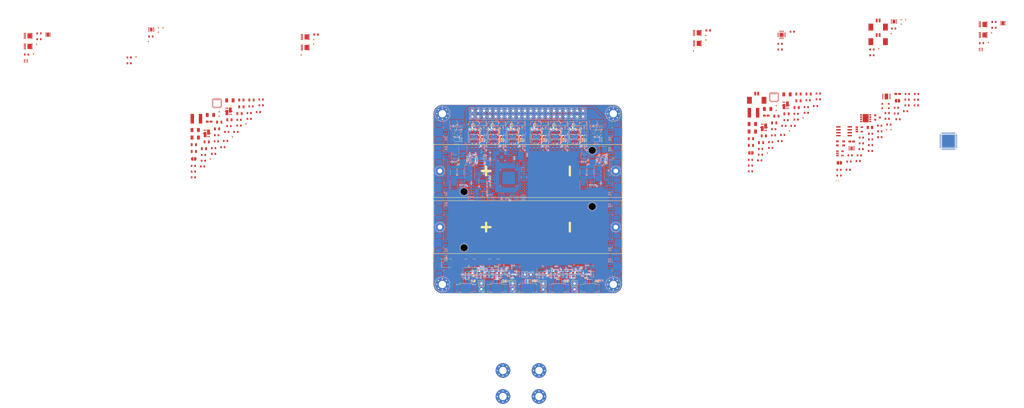
<source format=kicad_pcb>
(kicad_pcb (version 20210623) (generator pcbnew)

  (general
    (thickness 1)
  )

  (paper "A4")
  (title_block
    (title "BUTCube - EPS")
    (date "2021-08-20")
    (rev "v1.0")
    (company "VUT - FIT(STRaDe) & FME(IAE & IPE)")
    (comment 1 "Author: Petr Malaník")
  )

  (layers
    (0 "F.Cu" signal)
    (1 "In1.Cu" power)
    (2 "In2.Cu" mixed)
    (31 "B.Cu" signal)
    (32 "B.Adhes" user "B.Adhesive")
    (33 "F.Adhes" user "F.Adhesive")
    (34 "B.Paste" user)
    (35 "F.Paste" user)
    (36 "B.SilkS" user "B.Silkscreen")
    (37 "F.SilkS" user "F.Silkscreen")
    (38 "B.Mask" user)
    (39 "F.Mask" user)
    (40 "Dwgs.User" user "User.Drawings")
    (41 "Cmts.User" user "User.Comments")
    (42 "Eco1.User" user "User.Eco1")
    (43 "Eco2.User" user "User.Eco2")
    (44 "Edge.Cuts" user)
    (45 "Margin" user)
    (46 "B.CrtYd" user "B.Courtyard")
    (47 "F.CrtYd" user "F.Courtyard")
    (48 "B.Fab" user)
    (49 "F.Fab" user)
    (50 "User.1" user)
    (51 "User.2" user)
    (52 "User.3" user)
    (53 "User.4" user)
    (54 "User.5" user)
    (55 "User.6" user)
    (56 "User.7" user)
    (57 "User.8" user)
    (58 "User.9" user)
  )

  (setup
    (stackup
      (layer "F.SilkS" (type "Top Silk Screen"))
      (layer "F.Paste" (type "Top Solder Paste"))
      (layer "F.Mask" (type "Top Solder Mask") (color "Green") (thickness 0.01))
      (layer "F.Cu" (type "copper") (thickness 0.035))
      (layer "dielectric 1" (type "core") (thickness 0.28) (material "FR4") (epsilon_r 4.5) (loss_tangent 0.02))
      (layer "In1.Cu" (type "copper") (thickness 0.035))
      (layer "dielectric 2" (type "prepreg") (thickness 0.28) (material "FR4") (epsilon_r 4.5) (loss_tangent 0.02))
      (layer "In2.Cu" (type "copper") (thickness 0.035))
      (layer "dielectric 3" (type "core") (thickness 0.28) (material "FR4") (epsilon_r 4.5) (loss_tangent 0.02))
      (layer "B.Cu" (type "copper") (thickness 0.035))
      (layer "B.Mask" (type "Bottom Solder Mask") (color "Green") (thickness 0.01))
      (layer "B.Paste" (type "Bottom Solder Paste"))
      (layer "B.SilkS" (type "Bottom Silk Screen"))
      (copper_finish "Immersion gold")
      (dielectric_constraints no)
    )
    (pad_to_mask_clearance 0)
    (pcbplotparams
      (layerselection 0x00010fc_ffffffff)
      (disableapertmacros false)
      (usegerberextensions false)
      (usegerberattributes true)
      (usegerberadvancedattributes true)
      (creategerberjobfile true)
      (svguseinch false)
      (svgprecision 6)
      (excludeedgelayer true)
      (plotframeref false)
      (viasonmask false)
      (mode 1)
      (useauxorigin false)
      (hpglpennumber 1)
      (hpglpenspeed 20)
      (hpglpendiameter 15.000000)
      (dxfpolygonmode true)
      (dxfimperialunits true)
      (dxfusepcbnewfont true)
      (psnegative false)
      (psa4output false)
      (plotreference true)
      (plotvalue true)
      (plotinvisibletext false)
      (sketchpadsonfab false)
      (subtractmaskfromsilk false)
      (outputformat 1)
      (mirror false)
      (drillshape 1)
      (scaleselection 1)
      (outputdirectory "")
    )
  )

  (net 0 "")
  (net 1 "Net-(C1-Pad1)")
  (net 2 "VBUS")
  (net 3 "/Unit #1/MCU/MCU_POWER")
  (net 4 "/Unit #1/Battery charger/BAT")
  (net 5 "/Unit #1/Battery charger/SOLAR_IN")
  (net 6 "/USB power/USB_POWER")
  (net 7 "Net-(C6-Pad1)")
  (net 8 "Net-(C6-Pad2)")
  (net 9 "Net-(C7-Pad1)")
  (net 10 "GND")
  (net 11 "Net-(C7-Pad2)")
  (net 12 "Net-(C8-Pad1)")
  (net 13 "/Unit #1/Battery charger/PMID")
  (net 14 "/Unit #1/Battery charger/SYS")
  (net 15 "/Unit #1/Battery charger/REGN")
  (net 16 "/Unit #1/Activation control/PWR_OUT")
  (net 17 "Net-(C29-Pad1)")
  (net 18 "/Unit #1/MCU/OUT_CUR")
  (net 19 "Net-(C32-Pad1)")
  (net 20 "/Unit #1/MCU/VREF")
  (net 21 "Net-(C47-Pad1)")
  (net 22 "/Unit #2/MCU/MCU_POWER")
  (net 23 "/Unit #2/Battery charger/SOLAR_IN")
  (net 24 "Net-(C52-Pad1)")
  (net 25 "Net-(C52-Pad2)")
  (net 26 "Net-(C53-Pad1)")
  (net 27 "Net-(C53-Pad2)")
  (net 28 "Net-(C54-Pad1)")
  (net 29 "/Unit #2/Battery charger/PMID")
  (net 30 "/Unit #2/Battery charger/SYS")
  (net 31 "/Unit #2/Battery charger/REGN")
  (net 32 "/Unit #2/Activation control/PWR_OUT")
  (net 33 "Net-(C75-Pad1)")
  (net 34 "/Unit #2/MCU/OUT_CUR")
  (net 35 "Net-(C78-Pad1)")
  (net 36 "/Unit #2/MCU/VREF")
  (net 37 "Net-(C93-Pad1)")
  (net 38 "Net-(C94-Pad1)")
  (net 39 "/Unit #1/Output control/PWR_OUT")
  (net 40 "Net-(C96-Pad1)")
  (net 41 "Net-(C97-Pad1)")
  (net 42 "/Unit #2/Output control/PWR_OUT")
  (net 43 "Net-(C101-Pad1)")
  (net 44 "Net-(C102-Pad1)")
  (net 45 "Net-(C106-Pad1)")
  (net 46 "Net-(C107-Pad1)")
  (net 47 "Net-(C111-Pad1)")
  (net 48 "Net-(C112-Pad1)")
  (net 49 "Net-(C116-Pad1)")
  (net 50 "Net-(C117-Pad1)")
  (net 51 "Net-(C121-Pad1)")
  (net 52 "Net-(C122-Pad1)")
  (net 53 "/Unit #1/ADC/VBAT_CUR")
  (net 54 "/Unit #2/ADC/VBAT_CUR")
  (net 55 "Net-(C129-Pad1)")
  (net 56 "Net-(C130-Pad1)")
  (net 57 "Net-(C131-Pad1)")
  (net 58 "Net-(C132-Pad1)")
  (net 59 "Net-(C133-Pad1)")
  (net 60 "/Unit #2/Activation control/Activation logic/PWR_IN")
  (net 61 "Net-(C138-Pad1)")
  (net 62 "Net-(C139-Pad1)")
  (net 63 "Net-(C140-Pad1)")
  (net 64 "Net-(C141-Pad1)")
  (net 65 "Net-(C142-Pad1)")
  (net 66 "/Unit #1/Activation control/Activation logic/PWR_IN")
  (net 67 "Net-(D2-Pad2)")
  (net 68 "/Stack connector/CAN_L")
  (net 69 "/Stack connector/CAN_H")
  (net 70 "/Unit #1/ADC/1V8_CUR")
  (net 71 "/Unit #2/ADC/1V8_CUR")
  (net 72 "/Unit #1/ADC/3V3_CUR")
  (net 73 "/Unit #2/ADC/3V3_CUR")
  (net 74 "/Unit #1/ADC/5V_CUR")
  (net 75 "/Unit #2/ADC/5V_CUR")
  (net 76 "/Unit #1/Activation control/PWR_IN")
  (net 77 "/Unit #1/MCU/POWER")
  (net 78 "Net-(F3-Pad2)")
  (net 79 "/Unit #2/Activation control/PWR_IN")
  (net 80 "/Unit #2/MCU/POWER")
  (net 81 "Net-(F6-Pad2)")
  (net 82 "Net-(F7-Pad1)")
  (net 83 "/Unit #1/1V8")
  (net 84 "Net-(F8-Pad1)")
  (net 85 "/Unit #2/1V8")
  (net 86 "Net-(F9-Pad1)")
  (net 87 "/Unit #1/3V3")
  (net 88 "Net-(F10-Pad1)")
  (net 89 "/Unit #2/3V3")
  (net 90 "Net-(F11-Pad1)")
  (net 91 "/Unit #1/5V")
  (net 92 "Net-(F12-Pad1)")
  (net 93 "/Unit #2/5V")
  (net 94 "Net-(F13-Pad1)")
  (net 95 "/Unit #1/VBAT")
  (net 96 "Net-(F14-Pad1)")
  (net 97 "/Unit #2/VBAT")
  (net 98 "Net-(J7-Pad1)")
  (net 99 "/Unit #1/MCU/DBG_TX")
  (net 100 "/Unit #1/MCU/DBG_RX")
  (net 101 "/Unit #1/MCU/SWCLK")
  (net 102 "/Unit #1/MCU/SWDIO")
  (net 103 "/Unit #1/Battery temperature control/NTC_OUT")
  (net 104 "Net-(J11-Pad1)")
  (net 105 "/Stack connector/EPS#1_CHARGE")
  (net 106 "/Stack connector/RS_485_~{B}")
  (net 107 "/Stack connector/RS_485_A")
  (net 108 "/Stack connector/EPS#2_CHARGE")
  (net 109 "Net-(J19-Pad1)")
  (net 110 "/Unit #2/MCU/DBG_TX")
  (net 111 "/Unit #2/MCU/DBG_RX")
  (net 112 "/Unit #2/MCU/SWCLK")
  (net 113 "/Unit #2/MCU/SWDIO")
  (net 114 "/Unit #2/Battery temperature control/NTC_OUT")
  (net 115 "Net-(J23-Pad1)")
  (net 116 "/Activation switches/RBF_PIN")
  (net 117 "/Activation switches/SW_#1")
  (net 118 "/Activation switches/SW_#2")
  (net 119 "/Activation switches/SW_#3")
  (net 120 "/Activation switches/SW_#4")
  (net 121 "Net-(JP1-Pad2)")
  (net 122 "Net-(JP2-Pad1)")
  (net 123 "/Unit #1/MCU/NRST")
  (net 124 "Net-(JP3-Pad1)")
  (net 125 "Net-(JP3-Pad2)")
  (net 126 "Net-(JP4-Pad2)")
  (net 127 "Net-(JP5-Pad1)")
  (net 128 "/Unit #2/MCU/NRST")
  (net 129 "Net-(JP6-Pad1)")
  (net 130 "Net-(JP6-Pad2)")
  (net 131 "Net-(L3-Pad1)")
  (net 132 "Net-(L3-Pad2)")
  (net 133 "Net-(L4-Pad1)")
  (net 134 "Net-(L4-Pad2)")
  (net 135 "Net-(L5-Pad1)")
  (net 136 "Net-(L5-Pad2)")
  (net 137 "Net-(L6-Pad1)")
  (net 138 "Net-(L6-Pad2)")
  (net 139 "Net-(L7-Pad1)")
  (net 140 "Net-(L7-Pad2)")
  (net 141 "Net-(L8-Pad1)")
  (net 142 "Net-(L8-Pad2)")
  (net 143 "Net-(Q1-PadG1)")
  (net 144 "Net-(Q1-PadS1)")
  (net 145 "Net-(Q2-PadG1)")
  (net 146 "Net-(Q2-PadS1)")
  (net 147 "/Unit #1/Activation control/Activation logic/SEP_EN")
  (net 148 "Net-(Q3-Pad5)")
  (net 149 "/Unit #1/Activation control/Activation logic/RBF_EN")
  (net 150 "Net-(Q5-Pad1)")
  (net 151 "Net-(Q5-Pad3)")
  (net 152 "Net-(Q7-Pad1)")
  (net 153 "Net-(Q7-Pad4)")
  (net 154 "Net-(Q7-Pad5)")
  (net 155 "Net-(Q9-PadG1)")
  (net 156 "Net-(Q9-PadS1)")
  (net 157 "Net-(Q10-PadG1)")
  (net 158 "Net-(Q10-PadS1)")
  (net 159 "/Unit #2/Activation control/Activation logic/SEP_EN")
  (net 160 "Net-(Q11-Pad5)")
  (net 161 "/Unit #2/Activation control/Activation logic/RBF_EN")
  (net 162 "Net-(Q13-Pad1)")
  (net 163 "Net-(Q13-Pad3)")
  (net 164 "Net-(Q15-Pad1)")
  (net 165 "Net-(Q15-Pad4)")
  (net 166 "Net-(Q15-Pad5)")
  (net 167 "Net-(Q17-Pad4)")
  (net 168 "Net-(Q17-Pad5)")
  (net 169 "Net-(Q18-Pad1)")
  (net 170 "Net-(Q18-Pad4)")
  (net 171 "Net-(Q19-Pad4)")
  (net 172 "Net-(Q19-Pad5)")
  (net 173 "Net-(Q20-Pad1)")
  (net 174 "Net-(Q20-Pad4)")
  (net 175 "/Unit #1/Power supplies/Power_supply_1V8/PER_POWER")
  (net 176 "/Unit #1/MCU/1V8_EN")
  (net 177 "/Unit #2/Power supplies/Power_supply_1V8/PER_POWER")
  (net 178 "/Unit #2/MCU/1V8_EN")
  (net 179 "/Unit #1/MCU/3V3_EN")
  (net 180 "/Unit #2/MCU/3V3_EN")
  (net 181 "/Unit #1/Power supplies/Power_supply_5V/PER_POWER")
  (net 182 "/Unit #1/MCU/5V_EN")
  (net 183 "/Unit #2/Power supplies/Power_supply_5V/PER_POWER")
  (net 184 "/Unit #2/MCU/5V_EN")
  (net 185 "Net-(Q27-Pad1)")
  (net 186 "/Unit #1/MCU/VBAT_EN")
  (net 187 "Net-(Q28-Pad1)")
  (net 188 "/Unit #2/MCU/VBAT_EN")
  (net 189 "/Unit #1/Battery charger/D+")
  (net 190 "/Unit #1/Battery charger/D-")
  (net 191 "Net-(R5-Pad2)")
  (net 192 "Net-(R6-Pad2)")
  (net 193 "Net-(R7-Pad1)")
  (net 194 "Net-(R8-Pad2)")
  (net 195 "Net-(D1-Pad2)")
  (net 196 "Net-(R11-Pad1)")
  (net 197 "Net-(R16-Pad2)")
  (net 198 "Net-(R17-Pad2)")
  (net 199 "Net-(R18-Pad2)")
  (net 200 "Net-(R21-Pad2)")
  (net 201 "Net-(R22-Pad1)")
  (net 202 "Net-(R24-Pad2)")
  (net 203 "/Unit #1/MCU/VBAT")
  (net 204 "/Unit #1/MCU/VDDUSB")
  (net 205 "Net-(R30-Pad1)")
  (net 206 "/Unit #1/MCU/CAN_RS")
  (net 207 "/Unit #1/MCU/RS_485_R_EN")
  (net 208 "/Unit #1/MCU/RS_485_T_EN")
  (net 209 "/Unit #1/Battery temperature control/EN")
  (net 210 "/Unit #1/Battery temperature control/NTC_REF")
  (net 211 "/Unit #2/Battery charger/D+")
  (net 212 "/Unit #2/Battery charger/D-")
  (net 213 "Net-(R47-Pad2)")
  (net 214 "Net-(R57-Pad2)")
  (net 215 "/Unit #2/MCU/VBAT")
  (net 216 "/Unit #2/MCU/VDDUSB")
  (net 217 "/Unit #2/MCU/CAN_RS")
  (net 218 "/Unit #2/MCU/RS_485_R_EN")
  (net 219 "/Unit #2/MCU/RS_485_T_EN")
  (net 220 "/Unit #2/Battery temperature control/EN")
  (net 221 "/Unit #2/Battery temperature control/NTC_REF")
  (net 222 "Net-(R82-Pad1)")
  (net 223 "Net-(R91-Pad2)")
  (net 224 "Net-(R98-Pad2)")
  (net 225 "Net-(R105-Pad2)")
  (net 226 "Net-(R112-Pad2)")
  (net 227 "Net-(R119-Pad2)")
  (net 228 "/Unit #1/Battery temperature control/~{FAULT}")
  (net 229 "/Unit #2/Battery temperature control/~{FAULT}")
  (net 230 "Net-(TP61-Pad1)")
  (net 231 "Net-(TP62-Pad1)")
  (net 232 "Net-(TP63-Pad1)")
  (net 233 "Net-(TP64-Pad1)")
  (net 234 "Net-(TP67-Pad1)")
  (net 235 "Net-(TP69-Pad1)")
  (net 236 "Net-(TP70-Pad1)")
  (net 237 "Net-(TP71-Pad1)")
  (net 238 "Net-(TP72-Pad1)")
  (net 239 "Net-(TP75-Pad1)")
  (net 240 "/Unit #1/ADC/~{CS}")
  (net 241 "/Unit #1/MCU/SPI_MISO")
  (net 242 "/Unit #1/MCU/SPI_SCK")
  (net 243 "/Unit #1/MCU/SPI_MOSI")
  (net 244 "Net-(D1-Pad1)")
  (net 245 "/Unit #1/Battery charger/SCL")
  (net 246 "/Unit #1/Battery charger/SDA")
  (net 247 "/Unit #1/Battery charger/~{INT}")
  (net 248 "/Unit #1/MCU/WDG_RESET")
  (net 249 "/Unit #1/MCU/FRAM_CS")
  (net 250 "/Unit #1/MCU/LSE")
  (net 251 "/Unit #1/MCU/HSE")
  (net 252 "/Unit #1/Battery charger/BAT_ALERT")
  (net 253 "/Unit #1/MCU/RS_485_R")
  (net 254 "/Unit #1/MCU/RS_485_T")
  (net 255 "/Unit #1/MCU/CAN_RX")
  (net 256 "/Unit #1/MCU/CAN_TX")
  (net 257 "/Unit #2/ADC/~{CS}")
  (net 258 "/Unit #2/MCU/SPI_MISO")
  (net 259 "/Unit #2/MCU/SPI_SCK")
  (net 260 "/Unit #2/MCU/SPI_MOSI")
  (net 261 "Net-(D5-Pad1)")
  (net 262 "/Unit #2/Battery charger/SCL")
  (net 263 "/Unit #2/Battery charger/SDA")
  (net 264 "/Unit #2/Battery charger/~{INT}")
  (net 265 "/Unit #2/MCU/WDG_RESET")
  (net 266 "/Unit #2/MCU/FRAM_CS")
  (net 267 "/Unit #2/MCU/LSE")
  (net 268 "/Unit #2/MCU/HSE")
  (net 269 "/Unit #2/Battery charger/BAT_ALERT")
  (net 270 "/Unit #2/MCU/RS_485_R")
  (net 271 "/Unit #2/MCU/RS_485_T")
  (net 272 "/Unit #2/MCU/CAN_RX")
  (net 273 "/Unit #2/MCU/CAN_TX")
  (net 274 "Net-(U52-Pad6)")
  (net 275 "Net-(U53-Pad8)")
  (net 276 "Net-(U54-Pad12)")
  (net 277 "Net-(U48-Pad6)")
  (net 278 "Net-(U48-Pad8)")
  (net 279 "Net-(U48-Pad12)")
  (net 280 "Net-(U49-Pad10)")
  (net 281 "Net-(U49-Pad8)")
  (net 282 "Net-(U49-Pad12)")
  (net 283 "Net-(U50-Pad12)")
  (net 284 "Net-(U52-Pad8)")
  (net 285 "Net-(U52-Pad12)")
  (net 286 "Net-(U53-Pad10)")
  (net 287 "Net-(U53-Pad12)")
  (net 288 "Net-(D4-Pad1)")
  (net 289 "Net-(D7-Pad1)")
  (net 290 "Net-(D7-Pad2)")
  (net 291 "Net-(D8-Pad2)")
  (net 292 "Net-(D10-Pad1)")
  (net 293 "Net-(D11-Pad1)")
  (net 294 "/Unit #1/MCU/LED1")
  (net 295 "/Unit #1/MCU/LED2")
  (net 296 "Net-(R41-Pad1)")
  (net 297 "Net-(R46-Pad2)")
  (net 298 "Net-(R48-Pad1)")
  (net 299 "Net-(R49-Pad2)")
  (net 300 "Net-(R52-Pad1)")
  (net 301 "Net-(R58-Pad2)")
  (net 302 "Net-(R59-Pad2)")
  (net 303 "Net-(R62-Pad2)")
  (net 304 "Net-(R63-Pad1)")
  (net 305 "Net-(R65-Pad2)")
  (net 306 "Net-(R71-Pad1)")
  (net 307 "/Unit #2/MCU/LED1")
  (net 308 "/Unit #2/MCU/LED2")
  (net 309 "Net-(R84-Pad1)")
  (net 310 "Net-(R86-Pad1)")
  (net 311 "Net-(R88-Pad2)")
  (net 312 "Net-(R89-Pad1)")
  (net 313 "Net-(R95-Pad2)")
  (net 314 "Net-(R96-Pad1)")
  (net 315 "Net-(R102-Pad2)")
  (net 316 "Net-(R103-Pad1)")
  (net 317 "Net-(R109-Pad2)")
  (net 318 "Net-(R110-Pad1)")
  (net 319 "Net-(R116-Pad2)")
  (net 320 "Net-(R117-Pad1)")
  (net 321 "Net-(R123-Pad2)")
  (net 322 "Net-(R124-Pad1)")
  (net 323 "Net-(R126-Pad2)")
  (net 324 "Net-(R132-Pad2)")
  (net 325 "Net-(R137-Pad2)")
  (net 326 "/Unit #2/Battery charger/BAT")
  (net 327 "/Unit #1/Battery charger/BAT+")
  (net 328 "/Unit #2/Battery charger/BAT+")

  (footprint "TCY_passives:C_0603_1608Metric" (layer "F.Cu") (at -6.69 62.6))

  (footprint "TCY_passives:C_0603_1608Metric" (layer "F.Cu") (at 252.82 41.71))

  (footprint "TCY_passives:R_0603_1608Metric" (layer "F.Cu") (at 227.69 63.37))

  (footprint "Diode_SMD:D_SOD-323F" (layer "F.Cu") (at 95.1 59.325 180))

  (footprint "TCY_passives:C_0603_1608Metric" (layer "F.Cu") (at 261.855 74.97))

  (footprint "TCY_IC:VQFN-HR_29(34)_4x4mm_P0.4mm" (layer "F.Cu") (at 233.555 40.775))

  (footprint "TCY_passives:R_0603_1608Metric" (layer "F.Cu") (at 93.1 53.725 90))

  (footprint "Package_TO_SOT_SMD:SOT-23-5" (layer "F.Cu") (at 262.275 65.33))

  (footprint "TCY_passives:R_0603_1608Metric" (layer "F.Cu") (at 276.2 19.99))

  (footprint "MountingHole:MountingHole_3.2mm_M3_Pad_Via" (layer "F.Cu") (at 89 122.5))

  (footprint "TCY_passives:R_0603_1608Metric" (layer "F.Cu") (at 107.05 58.2))

  (footprint "TCY_passives:C_0603_1608Metric" (layer "F.Cu") (at -15.51 71.01))

  (footprint "TCY_connectors:TestPoint_Pad_D0.5mm" (layer "F.Cu") (at 158.4 59.9))

  (footprint "TCY_connectors:Amphenol_10114830-11102LF_1x02_P1.25mm_Horizontal" (layer "F.Cu") (at 99.25 122))

  (footprint "TCY_passives:R_0603_1608Metric" (layer "F.Cu") (at 113.7 118.2 -90))

  (footprint "TCY_passives:R_0603_1608Metric" (layer "F.Cu") (at 276.2 22.5))

  (footprint "TCY_passives:R_0603_1608Metric" (layer "F.Cu") (at 151.187255 118.138244 -90))

  (footprint "TCY_passives:R_0603_1608Metric" (layer "F.Cu") (at 266.705 66.18))

  (footprint "TCY_connectors:TestPoint_Pad_D0.5mm" (layer "F.Cu") (at -44.52 23.21))

  (footprint "TCY_connectors:TestPoint_Pad_D0.5mm" (layer "F.Cu") (at -12.13 67.78))

  (footprint "TCY_passives:R_0603_1608Metric" (layer "F.Cu") (at 295.555 41.88))

  (footprint "TCY_passives:R_0603_1608Metric" (layer "F.Cu") (at 223.28 70.65))

  (footprint "Connector_PinHeader_2.54mm:PinHeader_1x02_P2.54mm_Vertical" (layer "F.Cu") (at 146.6 124.675 180))

  (footprint "TCY_passives:C_0603_1608Metric" (layer "F.Cu") (at 287.585 50.43))

  (footprint "TCY_passives:R_0603_1608Metric" (layer "F.Cu") (at 248.41 42.15))

  (footprint "TCY_passives:R_0603_1608Metric" (layer "F.Cu") (at -38.05 14.32))

  (footprint "TCY_passives:R_0603_1608Metric" (layer "F.Cu") (at -86.81 12.98))

  (footprint "TCY_passives:R_0603_1608Metric" (layer "F.Cu") (at 290.875 46.9))

  (footprint "TCY_passives:R_0603_1608Metric" (layer "F.Cu") (at 115.45 55.4))

  (footprint "TCY_passives:R_0603_1608Metric" (layer "F.Cu") (at 150.8 54 180))

  (footprint "TCY_connectors:TestPoint_Pad_D0.5mm" (layer "F.Cu") (at -39.08 16.55))

  (footprint "TCY_connectors:TestPoint_Pad_D0.5mm" (layer "F.Cu") (at -8.29 47.2))

  (footprint "TCY_passives:C_0805_2012Metric" (layer "F.Cu") (at 233.61 52.02))

  (footprint "TCY_passives:R_0603_1608Metric" (layer "F.Cu") (at -10.7 63.04))

  (footprint "TCY_passives:R_0603_1608Metric" (layer "F.Cu") (at 237.31 57.26))

  (footprint "TCY_passives:R_0603_1608Metric" (layer "F.Cu") (at 131.987255 118.138244 90))

  (footprint "TCY_passives:C_0603_1608Metric" (layer "F.Cu") (at 282.855 50.23))

  (footprint "TCY_passives:R_0603_1608Metric" (layer "F.Cu") (at 271.625 60.94))

  (footprint "TCY_passives:C_0603_1608Metric" (layer "F.Cu") (at 223.28 73.16))

  (footprint "TCY_connectors:TestPoint_Pad_D0.5mm" (layer "F.Cu") (at 290.92 6.99))

  (footprint "Package_SO:Vishay_PowerPAK_1212-8_Single" (layer "F.Cu") (at 200.13 17.32))

  (footprint "Package_SO:Vishay_PowerPAK_1212-8_Single" (layer "F.Cu") (at 200.13 12.71))

  (footprint "TCY_passives:R_0603_1608Metric" (layer "F.Cu") (at 238.79 50.8))

  (footprint "TCY_connectors:TestPoint_Pad_D0.5mm" (layer "F.Cu") (at 114.675 59.5))

  (footprint "TCY_passives:C_0805_2012Metric" (layer "F.Cu") (at -9.19 54.64))

  (footprint "TCY_connectors:TestPoint_Pad_D0.5mm" (layer "F.Cu") (at 107.825 59.5))

  (footprint "TCY_passives:C_0805_2012Metric" (layer "F.Cu") (at -8.22 51.69))

  (footprint "TCY_connectors:TestPoint_Pad_D0.5mm" (layer "F.Cu") (at 124.625 59.5))

  (footprint "Diode_SMD:D_SOD-323F" (layer "F.Cu") (at 106.7 52.25 180))

  (footprint "TCY_oscillators:CSP-4_1.5x0.8mm" (layer "F.Cu") (at 261.21 77.285))

  (footprint "TCY_passives:R_0603_1608Metric" (layer "F.Cu") (at 275.635 56.73))

  (footprint "TCY_passives:C_0603_1608Metric" (layer "F.Cu") (at 236.11 59.98))

  (footprint "TCY_connectors:TestPoint_Pad_D0.5mm" (layer "F.Cu") (at 3.38 52.46))

  (footprint "TCY_passives:C_0603_1608Metric" (layer "F.Cu") (at 138.787255 118.138244 -90))

  (footprint "TCY_passives:R_0603_1608Metric" (layer "F.Cu") (at 223.28 68.14))

  (footprint "TCY_passives:C_0603_1608Metric" (layer "F.Cu") (at 10.02 41.82))

  (footprint "TCY_passives:C_0603_1608Metric" (layer "F.Cu") (at 295.655 39.37))

  (footprint "TCY_passives:R_0603_1608Metric" (layer "F.Cu") (at 120.5 118.2 90))

  (footprint "TCY_passives:C_0805_2012Metric" (layer "F.Cu") (at 243.4 45.32))

  (footprint "Diode_SMD:D_SOD-323F" (layer "F.Cu") (at 133.65 52.25 180))

  (footprint "Fuse:Fuse_0603_1608Metric" (layer "F.Cu") (at 33.94 13.46))

  (footprint "TCY_passives:C_0805_2012Metric" (layer "F.Cu")
    (tedit 613075DC) (tstamp 3ca24b94-e572-4b05-8ab9-bb4820539a14)
    (at 238.99 48.07)
    (descr "Capacitor SMD 0805 (2012 Metric), square (rectangular) end terminal, IPC_7351 nominal, (Body size source: https://docs.google.com/spreadsheets/d/1BsfQQcO9C6DZCsRaXUlFlo91Tg2WpOkGARC1WS5S8t0/edit?usp=sharing), generated with kicad-footprint-generator")
    (tags "capacitor")
    (property "Sheetfile" "Battery_charger.kicad_sch")
    (property "Sheetname" "Battery charger")
    (path "/4b3a0e0d-cdd4-41ca-aa78-0f9d521766f0/69a229f7-d3f6-4b7d-9358-aa1002ac32e6/3906c072-6efd-4ba5-b04f-a1fc530d3116")
    (attr smd)
    (fp_text reference "C69" (at 0 -1.65) (layer "F.SilkS") hide
      (effects (font (size 1 1) (thickness 0.15)))
      (tstamp 89d39b4e-b7f8-494b-ac41-54a9ba28bf6b)
    )
    (fp_text value "10uF" (at 0 1.65) (layer "F.Fab")
      (effects (font (size 1 1) (thickness 0.15)))
      (tstamp 32fbdd89-6520-4800-abff-c5fdc87eef75)
    )
    (fp_text user "${REFERENCE}" (at 0 0) (layer "F.Fab") hide
      (effects (font (size 0.5 0.5) (thickness 0.08)))
      (tstamp 8dab5196-1a3e-4e38-b46d-24a8116ca55d)
    )
    (fp_line (start -0.258578 0.71) (end 0.258578 0.71) (layer "F.SilkS") (width 0.12) (tstamp 16fcd47a-9ad0-406b-a72d-c03e1f1681f3))
    (fp_line (start -0.258578 -0.71) (end 0.258578 -0.71) (layer "F.SilkS") (width 0.12) (tstamp 8c942c44-4781-4c9f-98b8-fec64fde1568))
    (fp_line (start 1.5 0.8) (end -1.5 0.8) (layer "F.CrtYd") (width 0.05) (tstamp 27dfb97f-e444-4f18-82c2-0dbebdf30b22))
    (fp_line (start 1.5 -0.8) (end 1.5 0.8) (layer "F.CrtYd") (width 0.05) (tstamp 7462f699-bc84-41dc-9960-e6e39affd8e1))
    (fp_line (start -1.5 -0.8) (end 1.5 -0.8) (layer "F.CrtYd") (width 0.05) (tstamp 8e387e4f-9402-4e6b-bc6d-5b427e3cf0e6))
    (fp_line (start -1.5 0.8) (end -1.5 -0.8) (layer "F.CrtYd") (width 0.05) (tstamp d992318b-0535-47c5-a178-021139f7c015))
    (fp_line (start -1 0.6) (end -1 -0.6) (layer "F.Fab") (width 0.1) (tstamp 97869767-da51-4ab2-9700-1bb8369f8abf))
    (fp_line (start -1 -0.6) (end 1 -0.6) (layer "F.Fab") (width 0.1) (tstamp b2baf43e-f27a-4022-9f95-2bedebfbf8df))
    (fp_line (start 1 0.6) (end -1 0.6) (layer "F.Fab") (width 0.1) (tstamp e2c4c708-6834-4bb1-ba3e-03989b6e47a5))
    (fp_line (start 1 -0.6) (end 1 0.6) (layer "F.Fab") (width 0.1) (tstamp eba1cbba-bd8f-4fef-a54f-49016716018a))
    (pad "1" smd roundrect locked (at -0.9375 0) (size 0.8 1.3) (layers "F.Cu" "F.Paste" "F.Mask") (roundrect_rratio 0.25)
      (net 30 "/Unit #2/Battery charger/SYS") (pintype "passive") (tstamp 46576261-eae2-4fe5-af4e-60a026fe1c27))
    (pad "2" smd roundrect locked (at 0.9375 0) (size 0.8 1.3) (layers "F.Cu" "F.Paste" "F.Mask") (roundrect_rratio 0.25)
  
... [5442285 chars truncated]
</source>
